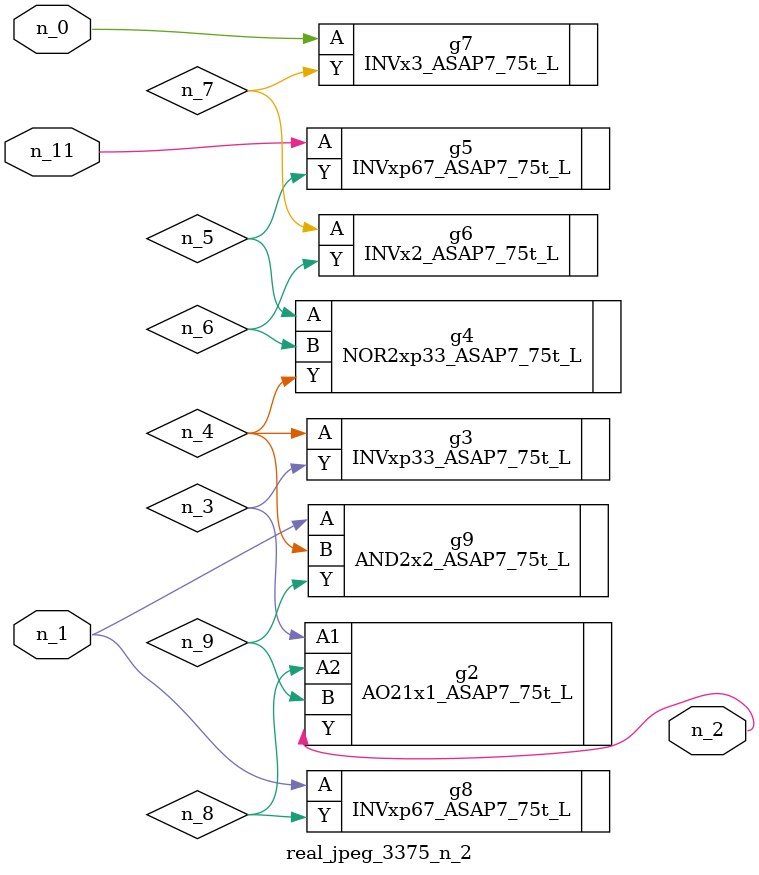
<source format=v>
module real_jpeg_3375_n_2 (n_1, n_11, n_0, n_2);

input n_1;
input n_11;
input n_0;

output n_2;

wire n_5;
wire n_8;
wire n_4;
wire n_6;
wire n_7;
wire n_3;
wire n_9;

INVx3_ASAP7_75t_L g7 ( 
.A(n_0),
.Y(n_7)
);

INVxp67_ASAP7_75t_L g8 ( 
.A(n_1),
.Y(n_8)
);

AND2x2_ASAP7_75t_L g9 ( 
.A(n_1),
.B(n_4),
.Y(n_9)
);

AO21x1_ASAP7_75t_L g2 ( 
.A1(n_3),
.A2(n_8),
.B(n_9),
.Y(n_2)
);

INVxp33_ASAP7_75t_L g3 ( 
.A(n_4),
.Y(n_3)
);

NOR2xp33_ASAP7_75t_L g4 ( 
.A(n_5),
.B(n_6),
.Y(n_4)
);

INVx2_ASAP7_75t_L g6 ( 
.A(n_7),
.Y(n_6)
);

INVxp67_ASAP7_75t_L g5 ( 
.A(n_11),
.Y(n_5)
);


endmodule
</source>
